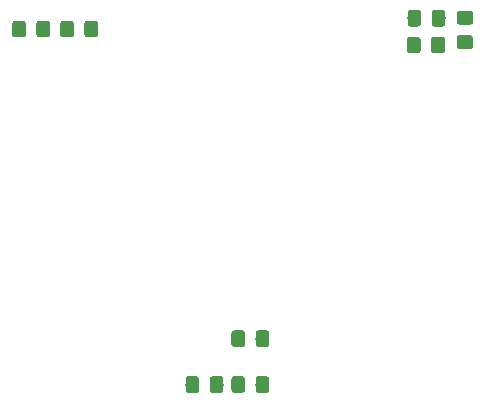
<source format=gbr>
G04 #@! TF.GenerationSoftware,KiCad,Pcbnew,(5.1.2-1)-1*
G04 #@! TF.CreationDate,2019-07-31T09:11:47+08:00*
G04 #@! TF.ProjectId,arduino_fft_led,61726475-696e-46f5-9f66-66745f6c6564,rev?*
G04 #@! TF.SameCoordinates,Original*
G04 #@! TF.FileFunction,Paste,Bot*
G04 #@! TF.FilePolarity,Positive*
%FSLAX46Y46*%
G04 Gerber Fmt 4.6, Leading zero omitted, Abs format (unit mm)*
G04 Created by KiCad (PCBNEW (5.1.2-1)-1) date 2019-07-31 09:11:47*
%MOMM*%
%LPD*%
G04 APERTURE LIST*
%ADD10C,0.100000*%
%ADD11C,1.150000*%
G04 APERTURE END LIST*
D10*
G36*
X168437705Y-92138204D02*
G01*
X168461973Y-92141804D01*
X168485772Y-92147765D01*
X168508871Y-92156030D01*
X168531050Y-92166520D01*
X168552093Y-92179132D01*
X168571799Y-92193747D01*
X168589977Y-92210223D01*
X168606453Y-92228401D01*
X168621068Y-92248107D01*
X168633680Y-92269150D01*
X168644170Y-92291329D01*
X168652435Y-92314428D01*
X168658396Y-92338227D01*
X168661996Y-92362495D01*
X168663200Y-92386999D01*
X168663200Y-93287001D01*
X168661996Y-93311505D01*
X168658396Y-93335773D01*
X168652435Y-93359572D01*
X168644170Y-93382671D01*
X168633680Y-93404850D01*
X168621068Y-93425893D01*
X168606453Y-93445599D01*
X168589977Y-93463777D01*
X168571799Y-93480253D01*
X168552093Y-93494868D01*
X168531050Y-93507480D01*
X168508871Y-93517970D01*
X168485772Y-93526235D01*
X168461973Y-93532196D01*
X168437705Y-93535796D01*
X168413201Y-93537000D01*
X167763199Y-93537000D01*
X167738695Y-93535796D01*
X167714427Y-93532196D01*
X167690628Y-93526235D01*
X167667529Y-93517970D01*
X167645350Y-93507480D01*
X167624307Y-93494868D01*
X167604601Y-93480253D01*
X167586423Y-93463777D01*
X167569947Y-93445599D01*
X167555332Y-93425893D01*
X167542720Y-93404850D01*
X167532230Y-93382671D01*
X167523965Y-93359572D01*
X167518004Y-93335773D01*
X167514404Y-93311505D01*
X167513200Y-93287001D01*
X167513200Y-92386999D01*
X167514404Y-92362495D01*
X167518004Y-92338227D01*
X167523965Y-92314428D01*
X167532230Y-92291329D01*
X167542720Y-92269150D01*
X167555332Y-92248107D01*
X167569947Y-92228401D01*
X167586423Y-92210223D01*
X167604601Y-92193747D01*
X167624307Y-92179132D01*
X167645350Y-92166520D01*
X167667529Y-92156030D01*
X167690628Y-92147765D01*
X167714427Y-92141804D01*
X167738695Y-92138204D01*
X167763199Y-92137000D01*
X168413201Y-92137000D01*
X168437705Y-92138204D01*
X168437705Y-92138204D01*
G37*
D11*
X168088200Y-92837000D03*
D10*
G36*
X170487705Y-92138204D02*
G01*
X170511973Y-92141804D01*
X170535772Y-92147765D01*
X170558871Y-92156030D01*
X170581050Y-92166520D01*
X170602093Y-92179132D01*
X170621799Y-92193747D01*
X170639977Y-92210223D01*
X170656453Y-92228401D01*
X170671068Y-92248107D01*
X170683680Y-92269150D01*
X170694170Y-92291329D01*
X170702435Y-92314428D01*
X170708396Y-92338227D01*
X170711996Y-92362495D01*
X170713200Y-92386999D01*
X170713200Y-93287001D01*
X170711996Y-93311505D01*
X170708396Y-93335773D01*
X170702435Y-93359572D01*
X170694170Y-93382671D01*
X170683680Y-93404850D01*
X170671068Y-93425893D01*
X170656453Y-93445599D01*
X170639977Y-93463777D01*
X170621799Y-93480253D01*
X170602093Y-93494868D01*
X170581050Y-93507480D01*
X170558871Y-93517970D01*
X170535772Y-93526235D01*
X170511973Y-93532196D01*
X170487705Y-93535796D01*
X170463201Y-93537000D01*
X169813199Y-93537000D01*
X169788695Y-93535796D01*
X169764427Y-93532196D01*
X169740628Y-93526235D01*
X169717529Y-93517970D01*
X169695350Y-93507480D01*
X169674307Y-93494868D01*
X169654601Y-93480253D01*
X169636423Y-93463777D01*
X169619947Y-93445599D01*
X169605332Y-93425893D01*
X169592720Y-93404850D01*
X169582230Y-93382671D01*
X169573965Y-93359572D01*
X169568004Y-93335773D01*
X169564404Y-93311505D01*
X169563200Y-93287001D01*
X169563200Y-92386999D01*
X169564404Y-92362495D01*
X169568004Y-92338227D01*
X169573965Y-92314428D01*
X169582230Y-92291329D01*
X169592720Y-92269150D01*
X169605332Y-92248107D01*
X169619947Y-92228401D01*
X169636423Y-92210223D01*
X169654601Y-92193747D01*
X169674307Y-92179132D01*
X169695350Y-92166520D01*
X169717529Y-92156030D01*
X169740628Y-92147765D01*
X169764427Y-92141804D01*
X169788695Y-92138204D01*
X169813199Y-92137000D01*
X170463201Y-92137000D01*
X170487705Y-92138204D01*
X170487705Y-92138204D01*
G37*
D11*
X170138200Y-92837000D03*
D10*
G36*
X172889705Y-89968204D02*
G01*
X172913973Y-89971804D01*
X172937772Y-89977765D01*
X172960871Y-89986030D01*
X172983050Y-89996520D01*
X173004093Y-90009132D01*
X173023799Y-90023747D01*
X173041977Y-90040223D01*
X173058453Y-90058401D01*
X173073068Y-90078107D01*
X173085680Y-90099150D01*
X173096170Y-90121329D01*
X173104435Y-90144428D01*
X173110396Y-90168227D01*
X173113996Y-90192495D01*
X173115200Y-90216999D01*
X173115200Y-90867001D01*
X173113996Y-90891505D01*
X173110396Y-90915773D01*
X173104435Y-90939572D01*
X173096170Y-90962671D01*
X173085680Y-90984850D01*
X173073068Y-91005893D01*
X173058453Y-91025599D01*
X173041977Y-91043777D01*
X173023799Y-91060253D01*
X173004093Y-91074868D01*
X172983050Y-91087480D01*
X172960871Y-91097970D01*
X172937772Y-91106235D01*
X172913973Y-91112196D01*
X172889705Y-91115796D01*
X172865201Y-91117000D01*
X171965199Y-91117000D01*
X171940695Y-91115796D01*
X171916427Y-91112196D01*
X171892628Y-91106235D01*
X171869529Y-91097970D01*
X171847350Y-91087480D01*
X171826307Y-91074868D01*
X171806601Y-91060253D01*
X171788423Y-91043777D01*
X171771947Y-91025599D01*
X171757332Y-91005893D01*
X171744720Y-90984850D01*
X171734230Y-90962671D01*
X171725965Y-90939572D01*
X171720004Y-90915773D01*
X171716404Y-90891505D01*
X171715200Y-90867001D01*
X171715200Y-90216999D01*
X171716404Y-90192495D01*
X171720004Y-90168227D01*
X171725965Y-90144428D01*
X171734230Y-90121329D01*
X171744720Y-90099150D01*
X171757332Y-90078107D01*
X171771947Y-90058401D01*
X171788423Y-90040223D01*
X171806601Y-90023747D01*
X171826307Y-90009132D01*
X171847350Y-89996520D01*
X171869529Y-89986030D01*
X171892628Y-89977765D01*
X171916427Y-89971804D01*
X171940695Y-89968204D01*
X171965199Y-89967000D01*
X172865201Y-89967000D01*
X172889705Y-89968204D01*
X172889705Y-89968204D01*
G37*
D11*
X172415200Y-90542000D03*
D10*
G36*
X172889705Y-92018204D02*
G01*
X172913973Y-92021804D01*
X172937772Y-92027765D01*
X172960871Y-92036030D01*
X172983050Y-92046520D01*
X173004093Y-92059132D01*
X173023799Y-92073747D01*
X173041977Y-92090223D01*
X173058453Y-92108401D01*
X173073068Y-92128107D01*
X173085680Y-92149150D01*
X173096170Y-92171329D01*
X173104435Y-92194428D01*
X173110396Y-92218227D01*
X173113996Y-92242495D01*
X173115200Y-92266999D01*
X173115200Y-92917001D01*
X173113996Y-92941505D01*
X173110396Y-92965773D01*
X173104435Y-92989572D01*
X173096170Y-93012671D01*
X173085680Y-93034850D01*
X173073068Y-93055893D01*
X173058453Y-93075599D01*
X173041977Y-93093777D01*
X173023799Y-93110253D01*
X173004093Y-93124868D01*
X172983050Y-93137480D01*
X172960871Y-93147970D01*
X172937772Y-93156235D01*
X172913973Y-93162196D01*
X172889705Y-93165796D01*
X172865201Y-93167000D01*
X171965199Y-93167000D01*
X171940695Y-93165796D01*
X171916427Y-93162196D01*
X171892628Y-93156235D01*
X171869529Y-93147970D01*
X171847350Y-93137480D01*
X171826307Y-93124868D01*
X171806601Y-93110253D01*
X171788423Y-93093777D01*
X171771947Y-93075599D01*
X171757332Y-93055893D01*
X171744720Y-93034850D01*
X171734230Y-93012671D01*
X171725965Y-92989572D01*
X171720004Y-92965773D01*
X171716404Y-92941505D01*
X171715200Y-92917001D01*
X171715200Y-92266999D01*
X171716404Y-92242495D01*
X171720004Y-92218227D01*
X171725965Y-92194428D01*
X171734230Y-92171329D01*
X171744720Y-92149150D01*
X171757332Y-92128107D01*
X171771947Y-92108401D01*
X171788423Y-92090223D01*
X171806601Y-92073747D01*
X171826307Y-92059132D01*
X171847350Y-92046520D01*
X171869529Y-92036030D01*
X171892628Y-92027765D01*
X171916427Y-92021804D01*
X171940695Y-92018204D01*
X171965199Y-92017000D01*
X172865201Y-92017000D01*
X172889705Y-92018204D01*
X172889705Y-92018204D01*
G37*
D11*
X172415200Y-92592000D03*
D10*
G36*
X151742505Y-120891004D02*
G01*
X151766773Y-120894604D01*
X151790572Y-120900565D01*
X151813671Y-120908830D01*
X151835850Y-120919320D01*
X151856893Y-120931932D01*
X151876599Y-120946547D01*
X151894777Y-120963023D01*
X151911253Y-120981201D01*
X151925868Y-121000907D01*
X151938480Y-121021950D01*
X151948970Y-121044129D01*
X151957235Y-121067228D01*
X151963196Y-121091027D01*
X151966796Y-121115295D01*
X151968000Y-121139799D01*
X151968000Y-122039801D01*
X151966796Y-122064305D01*
X151963196Y-122088573D01*
X151957235Y-122112372D01*
X151948970Y-122135471D01*
X151938480Y-122157650D01*
X151925868Y-122178693D01*
X151911253Y-122198399D01*
X151894777Y-122216577D01*
X151876599Y-122233053D01*
X151856893Y-122247668D01*
X151835850Y-122260280D01*
X151813671Y-122270770D01*
X151790572Y-122279035D01*
X151766773Y-122284996D01*
X151742505Y-122288596D01*
X151718001Y-122289800D01*
X151067999Y-122289800D01*
X151043495Y-122288596D01*
X151019227Y-122284996D01*
X150995428Y-122279035D01*
X150972329Y-122270770D01*
X150950150Y-122260280D01*
X150929107Y-122247668D01*
X150909401Y-122233053D01*
X150891223Y-122216577D01*
X150874747Y-122198399D01*
X150860132Y-122178693D01*
X150847520Y-122157650D01*
X150837030Y-122135471D01*
X150828765Y-122112372D01*
X150822804Y-122088573D01*
X150819204Y-122064305D01*
X150818000Y-122039801D01*
X150818000Y-121139799D01*
X150819204Y-121115295D01*
X150822804Y-121091027D01*
X150828765Y-121067228D01*
X150837030Y-121044129D01*
X150847520Y-121021950D01*
X150860132Y-121000907D01*
X150874747Y-120981201D01*
X150891223Y-120963023D01*
X150909401Y-120946547D01*
X150929107Y-120931932D01*
X150950150Y-120919320D01*
X150972329Y-120908830D01*
X150995428Y-120900565D01*
X151019227Y-120894604D01*
X151043495Y-120891004D01*
X151067999Y-120889800D01*
X151718001Y-120889800D01*
X151742505Y-120891004D01*
X151742505Y-120891004D01*
G37*
D11*
X151393000Y-121589800D03*
D10*
G36*
X149692505Y-120891004D02*
G01*
X149716773Y-120894604D01*
X149740572Y-120900565D01*
X149763671Y-120908830D01*
X149785850Y-120919320D01*
X149806893Y-120931932D01*
X149826599Y-120946547D01*
X149844777Y-120963023D01*
X149861253Y-120981201D01*
X149875868Y-121000907D01*
X149888480Y-121021950D01*
X149898970Y-121044129D01*
X149907235Y-121067228D01*
X149913196Y-121091027D01*
X149916796Y-121115295D01*
X149918000Y-121139799D01*
X149918000Y-122039801D01*
X149916796Y-122064305D01*
X149913196Y-122088573D01*
X149907235Y-122112372D01*
X149898970Y-122135471D01*
X149888480Y-122157650D01*
X149875868Y-122178693D01*
X149861253Y-122198399D01*
X149844777Y-122216577D01*
X149826599Y-122233053D01*
X149806893Y-122247668D01*
X149785850Y-122260280D01*
X149763671Y-122270770D01*
X149740572Y-122279035D01*
X149716773Y-122284996D01*
X149692505Y-122288596D01*
X149668001Y-122289800D01*
X149017999Y-122289800D01*
X148993495Y-122288596D01*
X148969227Y-122284996D01*
X148945428Y-122279035D01*
X148922329Y-122270770D01*
X148900150Y-122260280D01*
X148879107Y-122247668D01*
X148859401Y-122233053D01*
X148841223Y-122216577D01*
X148824747Y-122198399D01*
X148810132Y-122178693D01*
X148797520Y-122157650D01*
X148787030Y-122135471D01*
X148778765Y-122112372D01*
X148772804Y-122088573D01*
X148769204Y-122064305D01*
X148768000Y-122039801D01*
X148768000Y-121139799D01*
X148769204Y-121115295D01*
X148772804Y-121091027D01*
X148778765Y-121067228D01*
X148787030Y-121044129D01*
X148797520Y-121021950D01*
X148810132Y-121000907D01*
X148824747Y-120981201D01*
X148841223Y-120963023D01*
X148859401Y-120946547D01*
X148879107Y-120931932D01*
X148900150Y-120919320D01*
X148922329Y-120908830D01*
X148945428Y-120900565D01*
X148969227Y-120894604D01*
X148993495Y-120891004D01*
X149017999Y-120889800D01*
X149668001Y-120889800D01*
X149692505Y-120891004D01*
X149692505Y-120891004D01*
G37*
D11*
X149343000Y-121589800D03*
D10*
G36*
X153578705Y-120891004D02*
G01*
X153602973Y-120894604D01*
X153626772Y-120900565D01*
X153649871Y-120908830D01*
X153672050Y-120919320D01*
X153693093Y-120931932D01*
X153712799Y-120946547D01*
X153730977Y-120963023D01*
X153747453Y-120981201D01*
X153762068Y-121000907D01*
X153774680Y-121021950D01*
X153785170Y-121044129D01*
X153793435Y-121067228D01*
X153799396Y-121091027D01*
X153802996Y-121115295D01*
X153804200Y-121139799D01*
X153804200Y-122039801D01*
X153802996Y-122064305D01*
X153799396Y-122088573D01*
X153793435Y-122112372D01*
X153785170Y-122135471D01*
X153774680Y-122157650D01*
X153762068Y-122178693D01*
X153747453Y-122198399D01*
X153730977Y-122216577D01*
X153712799Y-122233053D01*
X153693093Y-122247668D01*
X153672050Y-122260280D01*
X153649871Y-122270770D01*
X153626772Y-122279035D01*
X153602973Y-122284996D01*
X153578705Y-122288596D01*
X153554201Y-122289800D01*
X152904199Y-122289800D01*
X152879695Y-122288596D01*
X152855427Y-122284996D01*
X152831628Y-122279035D01*
X152808529Y-122270770D01*
X152786350Y-122260280D01*
X152765307Y-122247668D01*
X152745601Y-122233053D01*
X152727423Y-122216577D01*
X152710947Y-122198399D01*
X152696332Y-122178693D01*
X152683720Y-122157650D01*
X152673230Y-122135471D01*
X152664965Y-122112372D01*
X152659004Y-122088573D01*
X152655404Y-122064305D01*
X152654200Y-122039801D01*
X152654200Y-121139799D01*
X152655404Y-121115295D01*
X152659004Y-121091027D01*
X152664965Y-121067228D01*
X152673230Y-121044129D01*
X152683720Y-121021950D01*
X152696332Y-121000907D01*
X152710947Y-120981201D01*
X152727423Y-120963023D01*
X152745601Y-120946547D01*
X152765307Y-120931932D01*
X152786350Y-120919320D01*
X152808529Y-120908830D01*
X152831628Y-120900565D01*
X152855427Y-120894604D01*
X152879695Y-120891004D01*
X152904199Y-120889800D01*
X153554201Y-120889800D01*
X153578705Y-120891004D01*
X153578705Y-120891004D01*
G37*
D11*
X153229200Y-121589800D03*
D10*
G36*
X155628705Y-120891004D02*
G01*
X155652973Y-120894604D01*
X155676772Y-120900565D01*
X155699871Y-120908830D01*
X155722050Y-120919320D01*
X155743093Y-120931932D01*
X155762799Y-120946547D01*
X155780977Y-120963023D01*
X155797453Y-120981201D01*
X155812068Y-121000907D01*
X155824680Y-121021950D01*
X155835170Y-121044129D01*
X155843435Y-121067228D01*
X155849396Y-121091027D01*
X155852996Y-121115295D01*
X155854200Y-121139799D01*
X155854200Y-122039801D01*
X155852996Y-122064305D01*
X155849396Y-122088573D01*
X155843435Y-122112372D01*
X155835170Y-122135471D01*
X155824680Y-122157650D01*
X155812068Y-122178693D01*
X155797453Y-122198399D01*
X155780977Y-122216577D01*
X155762799Y-122233053D01*
X155743093Y-122247668D01*
X155722050Y-122260280D01*
X155699871Y-122270770D01*
X155676772Y-122279035D01*
X155652973Y-122284996D01*
X155628705Y-122288596D01*
X155604201Y-122289800D01*
X154954199Y-122289800D01*
X154929695Y-122288596D01*
X154905427Y-122284996D01*
X154881628Y-122279035D01*
X154858529Y-122270770D01*
X154836350Y-122260280D01*
X154815307Y-122247668D01*
X154795601Y-122233053D01*
X154777423Y-122216577D01*
X154760947Y-122198399D01*
X154746332Y-122178693D01*
X154733720Y-122157650D01*
X154723230Y-122135471D01*
X154714965Y-122112372D01*
X154709004Y-122088573D01*
X154705404Y-122064305D01*
X154704200Y-122039801D01*
X154704200Y-121139799D01*
X154705404Y-121115295D01*
X154709004Y-121091027D01*
X154714965Y-121067228D01*
X154723230Y-121044129D01*
X154733720Y-121021950D01*
X154746332Y-121000907D01*
X154760947Y-120981201D01*
X154777423Y-120963023D01*
X154795601Y-120946547D01*
X154815307Y-120931932D01*
X154836350Y-120919320D01*
X154858529Y-120908830D01*
X154881628Y-120900565D01*
X154905427Y-120894604D01*
X154929695Y-120891004D01*
X154954199Y-120889800D01*
X155604201Y-120889800D01*
X155628705Y-120891004D01*
X155628705Y-120891004D01*
G37*
D11*
X155279200Y-121589800D03*
D10*
G36*
X168488505Y-89877604D02*
G01*
X168512773Y-89881204D01*
X168536572Y-89887165D01*
X168559671Y-89895430D01*
X168581850Y-89905920D01*
X168602893Y-89918532D01*
X168622599Y-89933147D01*
X168640777Y-89949623D01*
X168657253Y-89967801D01*
X168671868Y-89987507D01*
X168684480Y-90008550D01*
X168694970Y-90030729D01*
X168703235Y-90053828D01*
X168709196Y-90077627D01*
X168712796Y-90101895D01*
X168714000Y-90126399D01*
X168714000Y-91026401D01*
X168712796Y-91050905D01*
X168709196Y-91075173D01*
X168703235Y-91098972D01*
X168694970Y-91122071D01*
X168684480Y-91144250D01*
X168671868Y-91165293D01*
X168657253Y-91184999D01*
X168640777Y-91203177D01*
X168622599Y-91219653D01*
X168602893Y-91234268D01*
X168581850Y-91246880D01*
X168559671Y-91257370D01*
X168536572Y-91265635D01*
X168512773Y-91271596D01*
X168488505Y-91275196D01*
X168464001Y-91276400D01*
X167813999Y-91276400D01*
X167789495Y-91275196D01*
X167765227Y-91271596D01*
X167741428Y-91265635D01*
X167718329Y-91257370D01*
X167696150Y-91246880D01*
X167675107Y-91234268D01*
X167655401Y-91219653D01*
X167637223Y-91203177D01*
X167620747Y-91184999D01*
X167606132Y-91165293D01*
X167593520Y-91144250D01*
X167583030Y-91122071D01*
X167574765Y-91098972D01*
X167568804Y-91075173D01*
X167565204Y-91050905D01*
X167564000Y-91026401D01*
X167564000Y-90126399D01*
X167565204Y-90101895D01*
X167568804Y-90077627D01*
X167574765Y-90053828D01*
X167583030Y-90030729D01*
X167593520Y-90008550D01*
X167606132Y-89987507D01*
X167620747Y-89967801D01*
X167637223Y-89949623D01*
X167655401Y-89933147D01*
X167675107Y-89918532D01*
X167696150Y-89905920D01*
X167718329Y-89895430D01*
X167741428Y-89887165D01*
X167765227Y-89881204D01*
X167789495Y-89877604D01*
X167813999Y-89876400D01*
X168464001Y-89876400D01*
X168488505Y-89877604D01*
X168488505Y-89877604D01*
G37*
D11*
X168139000Y-90576400D03*
D10*
G36*
X170538505Y-89877604D02*
G01*
X170562773Y-89881204D01*
X170586572Y-89887165D01*
X170609671Y-89895430D01*
X170631850Y-89905920D01*
X170652893Y-89918532D01*
X170672599Y-89933147D01*
X170690777Y-89949623D01*
X170707253Y-89967801D01*
X170721868Y-89987507D01*
X170734480Y-90008550D01*
X170744970Y-90030729D01*
X170753235Y-90053828D01*
X170759196Y-90077627D01*
X170762796Y-90101895D01*
X170764000Y-90126399D01*
X170764000Y-91026401D01*
X170762796Y-91050905D01*
X170759196Y-91075173D01*
X170753235Y-91098972D01*
X170744970Y-91122071D01*
X170734480Y-91144250D01*
X170721868Y-91165293D01*
X170707253Y-91184999D01*
X170690777Y-91203177D01*
X170672599Y-91219653D01*
X170652893Y-91234268D01*
X170631850Y-91246880D01*
X170609671Y-91257370D01*
X170586572Y-91265635D01*
X170562773Y-91271596D01*
X170538505Y-91275196D01*
X170514001Y-91276400D01*
X169863999Y-91276400D01*
X169839495Y-91275196D01*
X169815227Y-91271596D01*
X169791428Y-91265635D01*
X169768329Y-91257370D01*
X169746150Y-91246880D01*
X169725107Y-91234268D01*
X169705401Y-91219653D01*
X169687223Y-91203177D01*
X169670747Y-91184999D01*
X169656132Y-91165293D01*
X169643520Y-91144250D01*
X169633030Y-91122071D01*
X169624765Y-91098972D01*
X169618804Y-91075173D01*
X169615204Y-91050905D01*
X169614000Y-91026401D01*
X169614000Y-90126399D01*
X169615204Y-90101895D01*
X169618804Y-90077627D01*
X169624765Y-90053828D01*
X169633030Y-90030729D01*
X169643520Y-90008550D01*
X169656132Y-89987507D01*
X169670747Y-89967801D01*
X169687223Y-89949623D01*
X169705401Y-89933147D01*
X169725107Y-89918532D01*
X169746150Y-89905920D01*
X169768329Y-89895430D01*
X169791428Y-89887165D01*
X169815227Y-89881204D01*
X169839495Y-89877604D01*
X169863999Y-89876400D01*
X170514001Y-89876400D01*
X170538505Y-89877604D01*
X170538505Y-89877604D01*
G37*
D11*
X170189000Y-90576400D03*
D10*
G36*
X141125305Y-90792004D02*
G01*
X141149573Y-90795604D01*
X141173372Y-90801565D01*
X141196471Y-90809830D01*
X141218650Y-90820320D01*
X141239693Y-90832932D01*
X141259399Y-90847547D01*
X141277577Y-90864023D01*
X141294053Y-90882201D01*
X141308668Y-90901907D01*
X141321280Y-90922950D01*
X141331770Y-90945129D01*
X141340035Y-90968228D01*
X141345996Y-90992027D01*
X141349596Y-91016295D01*
X141350800Y-91040799D01*
X141350800Y-91940801D01*
X141349596Y-91965305D01*
X141345996Y-91989573D01*
X141340035Y-92013372D01*
X141331770Y-92036471D01*
X141321280Y-92058650D01*
X141308668Y-92079693D01*
X141294053Y-92099399D01*
X141277577Y-92117577D01*
X141259399Y-92134053D01*
X141239693Y-92148668D01*
X141218650Y-92161280D01*
X141196471Y-92171770D01*
X141173372Y-92180035D01*
X141149573Y-92185996D01*
X141125305Y-92189596D01*
X141100801Y-92190800D01*
X140450799Y-92190800D01*
X140426295Y-92189596D01*
X140402027Y-92185996D01*
X140378228Y-92180035D01*
X140355129Y-92171770D01*
X140332950Y-92161280D01*
X140311907Y-92148668D01*
X140292201Y-92134053D01*
X140274023Y-92117577D01*
X140257547Y-92099399D01*
X140242932Y-92079693D01*
X140230320Y-92058650D01*
X140219830Y-92036471D01*
X140211565Y-92013372D01*
X140205604Y-91989573D01*
X140202004Y-91965305D01*
X140200800Y-91940801D01*
X140200800Y-91040799D01*
X140202004Y-91016295D01*
X140205604Y-90992027D01*
X140211565Y-90968228D01*
X140219830Y-90945129D01*
X140230320Y-90922950D01*
X140242932Y-90901907D01*
X140257547Y-90882201D01*
X140274023Y-90864023D01*
X140292201Y-90847547D01*
X140311907Y-90832932D01*
X140332950Y-90820320D01*
X140355129Y-90809830D01*
X140378228Y-90801565D01*
X140402027Y-90795604D01*
X140426295Y-90792004D01*
X140450799Y-90790800D01*
X141100801Y-90790800D01*
X141125305Y-90792004D01*
X141125305Y-90792004D01*
G37*
D11*
X140775800Y-91490800D03*
D10*
G36*
X139075305Y-90792004D02*
G01*
X139099573Y-90795604D01*
X139123372Y-90801565D01*
X139146471Y-90809830D01*
X139168650Y-90820320D01*
X139189693Y-90832932D01*
X139209399Y-90847547D01*
X139227577Y-90864023D01*
X139244053Y-90882201D01*
X139258668Y-90901907D01*
X139271280Y-90922950D01*
X139281770Y-90945129D01*
X139290035Y-90968228D01*
X139295996Y-90992027D01*
X139299596Y-91016295D01*
X139300800Y-91040799D01*
X139300800Y-91940801D01*
X139299596Y-91965305D01*
X139295996Y-91989573D01*
X139290035Y-92013372D01*
X139281770Y-92036471D01*
X139271280Y-92058650D01*
X139258668Y-92079693D01*
X139244053Y-92099399D01*
X139227577Y-92117577D01*
X139209399Y-92134053D01*
X139189693Y-92148668D01*
X139168650Y-92161280D01*
X139146471Y-92171770D01*
X139123372Y-92180035D01*
X139099573Y-92185996D01*
X139075305Y-92189596D01*
X139050801Y-92190800D01*
X138400799Y-92190800D01*
X138376295Y-92189596D01*
X138352027Y-92185996D01*
X138328228Y-92180035D01*
X138305129Y-92171770D01*
X138282950Y-92161280D01*
X138261907Y-92148668D01*
X138242201Y-92134053D01*
X138224023Y-92117577D01*
X138207547Y-92099399D01*
X138192932Y-92079693D01*
X138180320Y-92058650D01*
X138169830Y-92036471D01*
X138161565Y-92013372D01*
X138155604Y-91989573D01*
X138152004Y-91965305D01*
X138150800Y-91940801D01*
X138150800Y-91040799D01*
X138152004Y-91016295D01*
X138155604Y-90992027D01*
X138161565Y-90968228D01*
X138169830Y-90945129D01*
X138180320Y-90922950D01*
X138192932Y-90901907D01*
X138207547Y-90882201D01*
X138224023Y-90864023D01*
X138242201Y-90847547D01*
X138261907Y-90832932D01*
X138282950Y-90820320D01*
X138305129Y-90809830D01*
X138328228Y-90801565D01*
X138352027Y-90795604D01*
X138376295Y-90792004D01*
X138400799Y-90790800D01*
X139050801Y-90790800D01*
X139075305Y-90792004D01*
X139075305Y-90792004D01*
G37*
D11*
X138725800Y-91490800D03*
D10*
G36*
X137061305Y-90792004D02*
G01*
X137085573Y-90795604D01*
X137109372Y-90801565D01*
X137132471Y-90809830D01*
X137154650Y-90820320D01*
X137175693Y-90832932D01*
X137195399Y-90847547D01*
X137213577Y-90864023D01*
X137230053Y-90882201D01*
X137244668Y-90901907D01*
X137257280Y-90922950D01*
X137267770Y-90945129D01*
X137276035Y-90968228D01*
X137281996Y-90992027D01*
X137285596Y-91016295D01*
X137286800Y-91040799D01*
X137286800Y-91940801D01*
X137285596Y-91965305D01*
X137281996Y-91989573D01*
X137276035Y-92013372D01*
X137267770Y-92036471D01*
X137257280Y-92058650D01*
X137244668Y-92079693D01*
X137230053Y-92099399D01*
X137213577Y-92117577D01*
X137195399Y-92134053D01*
X137175693Y-92148668D01*
X137154650Y-92161280D01*
X137132471Y-92171770D01*
X137109372Y-92180035D01*
X137085573Y-92185996D01*
X137061305Y-92189596D01*
X137036801Y-92190800D01*
X136386799Y-92190800D01*
X136362295Y-92189596D01*
X136338027Y-92185996D01*
X136314228Y-92180035D01*
X136291129Y-92171770D01*
X136268950Y-92161280D01*
X136247907Y-92148668D01*
X136228201Y-92134053D01*
X136210023Y-92117577D01*
X136193547Y-92099399D01*
X136178932Y-92079693D01*
X136166320Y-92058650D01*
X136155830Y-92036471D01*
X136147565Y-92013372D01*
X136141604Y-91989573D01*
X136138004Y-91965305D01*
X136136800Y-91940801D01*
X136136800Y-91040799D01*
X136138004Y-91016295D01*
X136141604Y-90992027D01*
X136147565Y-90968228D01*
X136155830Y-90945129D01*
X136166320Y-90922950D01*
X136178932Y-90901907D01*
X136193547Y-90882201D01*
X136210023Y-90864023D01*
X136228201Y-90847547D01*
X136247907Y-90832932D01*
X136268950Y-90820320D01*
X136291129Y-90809830D01*
X136314228Y-90801565D01*
X136338027Y-90795604D01*
X136362295Y-90792004D01*
X136386799Y-90790800D01*
X137036801Y-90790800D01*
X137061305Y-90792004D01*
X137061305Y-90792004D01*
G37*
D11*
X136711800Y-91490800D03*
D10*
G36*
X135011305Y-90792004D02*
G01*
X135035573Y-90795604D01*
X135059372Y-90801565D01*
X135082471Y-90809830D01*
X135104650Y-90820320D01*
X135125693Y-90832932D01*
X135145399Y-90847547D01*
X135163577Y-90864023D01*
X135180053Y-90882201D01*
X135194668Y-90901907D01*
X135207280Y-90922950D01*
X135217770Y-90945129D01*
X135226035Y-90968228D01*
X135231996Y-90992027D01*
X135235596Y-91016295D01*
X135236800Y-91040799D01*
X135236800Y-91940801D01*
X135235596Y-91965305D01*
X135231996Y-91989573D01*
X135226035Y-92013372D01*
X135217770Y-92036471D01*
X135207280Y-92058650D01*
X135194668Y-92079693D01*
X135180053Y-92099399D01*
X135163577Y-92117577D01*
X135145399Y-92134053D01*
X135125693Y-92148668D01*
X135104650Y-92161280D01*
X135082471Y-92171770D01*
X135059372Y-92180035D01*
X135035573Y-92185996D01*
X135011305Y-92189596D01*
X134986801Y-92190800D01*
X134336799Y-92190800D01*
X134312295Y-92189596D01*
X134288027Y-92185996D01*
X134264228Y-92180035D01*
X134241129Y-92171770D01*
X134218950Y-92161280D01*
X134197907Y-92148668D01*
X134178201Y-92134053D01*
X134160023Y-92117577D01*
X134143547Y-92099399D01*
X134128932Y-92079693D01*
X134116320Y-92058650D01*
X134105830Y-92036471D01*
X134097565Y-92013372D01*
X134091604Y-91989573D01*
X134088004Y-91965305D01*
X134086800Y-91940801D01*
X134086800Y-91040799D01*
X134088004Y-91016295D01*
X134091604Y-90992027D01*
X134097565Y-90968228D01*
X134105830Y-90945129D01*
X134116320Y-90922950D01*
X134128932Y-90901907D01*
X134143547Y-90882201D01*
X134160023Y-90864023D01*
X134178201Y-90847547D01*
X134197907Y-90832932D01*
X134218950Y-90820320D01*
X134241129Y-90809830D01*
X134264228Y-90801565D01*
X134288027Y-90795604D01*
X134312295Y-90792004D01*
X134336799Y-90790800D01*
X134986801Y-90790800D01*
X135011305Y-90792004D01*
X135011305Y-90792004D01*
G37*
D11*
X134661800Y-91490800D03*
D10*
G36*
X153578705Y-117004804D02*
G01*
X153602973Y-117008404D01*
X153626772Y-117014365D01*
X153649871Y-117022630D01*
X153672050Y-117033120D01*
X153693093Y-117045732D01*
X153712799Y-117060347D01*
X153730977Y-117076823D01*
X153747453Y-117095001D01*
X153762068Y-117114707D01*
X153774680Y-117135750D01*
X153785170Y-117157929D01*
X153793435Y-117181028D01*
X153799396Y-117204827D01*
X153802996Y-117229095D01*
X153804200Y-117253599D01*
X153804200Y-118153601D01*
X153802996Y-118178105D01*
X153799396Y-118202373D01*
X153793435Y-118226172D01*
X153785170Y-118249271D01*
X153774680Y-118271450D01*
X153762068Y-118292493D01*
X153747453Y-118312199D01*
X153730977Y-118330377D01*
X153712799Y-118346853D01*
X153693093Y-118361468D01*
X153672050Y-118374080D01*
X153649871Y-118384570D01*
X153626772Y-118392835D01*
X153602973Y-118398796D01*
X153578705Y-118402396D01*
X153554201Y-118403600D01*
X152904199Y-118403600D01*
X152879695Y-118402396D01*
X152855427Y-118398796D01*
X152831628Y-118392835D01*
X152808529Y-118384570D01*
X152786350Y-118374080D01*
X152765307Y-118361468D01*
X152745601Y-118346853D01*
X152727423Y-118330377D01*
X152710947Y-118312199D01*
X152696332Y-118292493D01*
X152683720Y-118271450D01*
X152673230Y-118249271D01*
X152664965Y-118226172D01*
X152659004Y-118202373D01*
X152655404Y-118178105D01*
X152654200Y-118153601D01*
X152654200Y-117253599D01*
X152655404Y-117229095D01*
X152659004Y-117204827D01*
X152664965Y-117181028D01*
X152673230Y-117157929D01*
X152683720Y-117135750D01*
X152696332Y-117114707D01*
X152710947Y-117095001D01*
X152727423Y-117076823D01*
X152745601Y-117060347D01*
X152765307Y-117045732D01*
X152786350Y-117033120D01*
X152808529Y-117022630D01*
X152831628Y-117014365D01*
X152855427Y-117008404D01*
X152879695Y-117004804D01*
X152904199Y-117003600D01*
X153554201Y-117003600D01*
X153578705Y-117004804D01*
X153578705Y-117004804D01*
G37*
D11*
X153229200Y-117703600D03*
D10*
G36*
X155628705Y-117004804D02*
G01*
X155652973Y-117008404D01*
X155676772Y-117014365D01*
X155699871Y-117022630D01*
X155722050Y-117033120D01*
X155743093Y-117045732D01*
X155762799Y-117060347D01*
X155780977Y-117076823D01*
X155797453Y-117095001D01*
X155812068Y-117114707D01*
X155824680Y-117135750D01*
X155835170Y-117157929D01*
X155843435Y-117181028D01*
X155849396Y-117204827D01*
X155852996Y-117229095D01*
X155854200Y-117253599D01*
X155854200Y-118153601D01*
X155852996Y-118178105D01*
X155849396Y-118202373D01*
X155843435Y-118226172D01*
X155835170Y-118249271D01*
X155824680Y-118271450D01*
X155812068Y-118292493D01*
X155797453Y-118312199D01*
X155780977Y-118330377D01*
X155762799Y-118346853D01*
X155743093Y-118361468D01*
X155722050Y-118374080D01*
X155699871Y-118384570D01*
X155676772Y-118392835D01*
X155652973Y-118398796D01*
X155628705Y-118402396D01*
X155604201Y-118403600D01*
X154954199Y-118403600D01*
X154929695Y-118402396D01*
X154905427Y-118398796D01*
X154881628Y-118392835D01*
X154858529Y-118384570D01*
X154836350Y-118374080D01*
X154815307Y-118361468D01*
X154795601Y-118346853D01*
X154777423Y-118330377D01*
X154760947Y-118312199D01*
X154746332Y-118292493D01*
X154733720Y-118271450D01*
X154723230Y-118249271D01*
X154714965Y-118226172D01*
X154709004Y-118202373D01*
X154705404Y-118178105D01*
X154704200Y-118153601D01*
X154704200Y-117253599D01*
X154705404Y-117229095D01*
X154709004Y-117204827D01*
X154714965Y-117181028D01*
X154723230Y-117157929D01*
X154733720Y-117135750D01*
X154746332Y-117114707D01*
X154760947Y-117095001D01*
X154777423Y-117076823D01*
X154795601Y-117060347D01*
X154815307Y-117045732D01*
X154836350Y-117033120D01*
X154858529Y-117022630D01*
X154881628Y-117014365D01*
X154905427Y-117008404D01*
X154929695Y-117004804D01*
X154954199Y-117003600D01*
X155604201Y-117003600D01*
X155628705Y-117004804D01*
X155628705Y-117004804D01*
G37*
D11*
X155279200Y-117703600D03*
M02*

</source>
